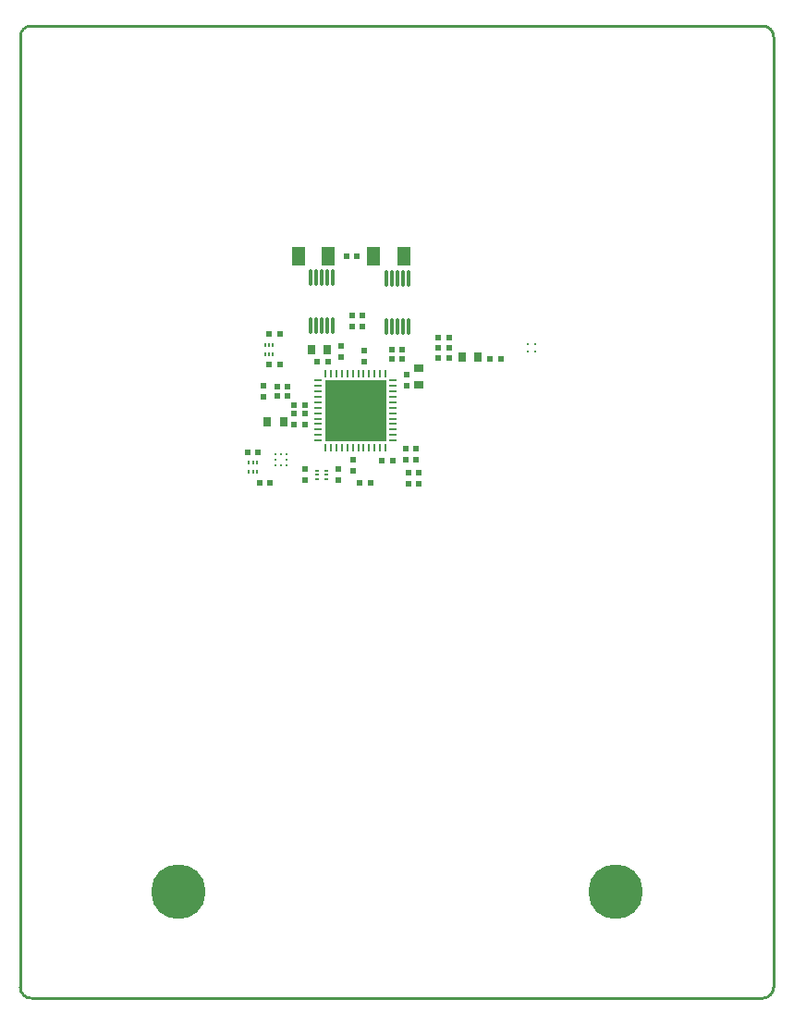
<source format=gbr>
%TF.GenerationSoftware,Altium Limited,Altium Designer,23.5.1 (21)*%
G04 Layer_Color=8421504*
%FSLAX45Y45*%
%MOMM*%
%TF.SameCoordinates,8EFB5E64-3944-4511-97F7-C7C57B94F044*%
%TF.FilePolarity,Positive*%
%TF.FileFunction,Paste,Top*%
%TF.Part,CustomerPanel*%
G01*
G75*
%TA.AperFunction,SMDPad,CuDef*%
G04:AMPARAMS|DCode=16|XSize=1.45mm|YSize=0.3mm|CornerRadius=0.0495mm|HoleSize=0mm|Usage=FLASHONLY|Rotation=90.000|XOffset=0mm|YOffset=0mm|HoleType=Round|Shape=RoundedRectangle|*
%AMROUNDEDRECTD16*
21,1,1.45000,0.20100,0,0,90.0*
21,1,1.35100,0.30000,0,0,90.0*
1,1,0.09900,0.10050,0.67550*
1,1,0.09900,0.10050,-0.67550*
1,1,0.09900,-0.10050,-0.67550*
1,1,0.09900,-0.10050,0.67550*
%
%ADD16ROUNDEDRECTD16*%
%TA.AperFunction,BGAPad,CuDef*%
%ADD17C,0.25000*%
%TA.AperFunction,NonConductor*%
%ADD35C,0.25400*%
%TA.AperFunction,SMDPad,CuDef*%
%ADD62C,5.00000*%
%ADD63R,0.54920X0.54920*%
%ADD64R,0.54920X0.54920*%
%ADD65R,0.64920X0.84920*%
%ADD66R,0.14920X0.29920*%
%ADD67R,0.26920X0.26920*%
%ADD68R,0.29920X0.14920*%
%ADD69R,5.54920X5.54920*%
%ADD70O,0.19920X0.74920*%
%ADD71O,0.74920X0.19920*%
%ADD72C,0.15720*%
%ADD73R,0.84920X0.64920*%
%ADD74R,1.24920X1.74920*%
D16*
X2252500Y2987497D02*
D03*
X2302500D02*
D03*
X2352500D02*
D03*
X2402500D02*
D03*
X2452500D02*
D03*
Y2547497D02*
D03*
X2402500D02*
D03*
X2352500D02*
D03*
X2302500D02*
D03*
X2252500D02*
D03*
X1562500Y2994997D02*
D03*
X1612500D02*
D03*
X1662500D02*
D03*
X1712500D02*
D03*
X1762500D02*
D03*
Y2554997D02*
D03*
X1712500D02*
D03*
X1662500D02*
D03*
X1612500D02*
D03*
X1562500D02*
D03*
D17*
X1240000Y1279997D02*
D03*
Y1329997D02*
D03*
Y1379997D02*
D03*
X1290000Y1279997D02*
D03*
Y1379997D02*
D03*
X1340000Y1279997D02*
D03*
Y1329997D02*
D03*
Y1379997D02*
D03*
D35*
X-1000000Y5300003D02*
G03*
X-1100001Y5200003I0J-100001D01*
G01*
X5800001Y5200004D02*
G03*
X5700000Y5300004I-100001J-1D01*
G01*
Y-3600004D02*
G03*
X5800001Y-3500004I0J100001D01*
G01*
X-1100001Y-3500003D02*
G03*
X-1000000Y-3600003I100001J1D01*
G01*
X-1000000Y5300007D02*
X5700000Y5300003D01*
X5800000Y5200004D02*
X5800001Y-3500004D01*
X-1000000Y-3600007D02*
X5700000Y-3600003D01*
X-1100000Y-3500004D02*
X-1099999Y5200003D01*
D62*
X4350000Y-2625003D02*
D03*
X350000Y-2625003D02*
D03*
D63*
X1410000Y1829997D02*
D03*
X1510000D02*
D03*
X1177500Y2197497D02*
D03*
X1277500D02*
D03*
X2830000Y2352497D02*
D03*
X2730000D02*
D03*
X2830000Y2442497D02*
D03*
X2730000D02*
D03*
X3200000Y2249997D02*
D03*
X3300000D02*
D03*
X1620000Y2229997D02*
D03*
X1720000D02*
D03*
X1177500Y2477497D02*
D03*
X1277500D02*
D03*
X2310000Y1319997D02*
D03*
X2210000D02*
D03*
X2830000Y2262497D02*
D03*
X2730000D02*
D03*
X1190000Y1119997D02*
D03*
X1090000D02*
D03*
X2400000Y2249997D02*
D03*
X2300000D02*
D03*
X2400000Y2339997D02*
D03*
X2300000D02*
D03*
X1250000Y1909997D02*
D03*
X1350000D02*
D03*
X1250000Y1999997D02*
D03*
X1350000D02*
D03*
X2110000Y1119997D02*
D03*
X2010000D02*
D03*
X1885000Y3194997D02*
D03*
X1985000D02*
D03*
X1080000Y1399997D02*
D03*
X980000D02*
D03*
D64*
X1510000Y1649997D02*
D03*
Y1749997D02*
D03*
X2430000Y1429997D02*
D03*
Y1329997D02*
D03*
X1810000Y1139997D02*
D03*
Y1239997D02*
D03*
X2550000Y1209997D02*
D03*
Y1109997D02*
D03*
X1125000Y2007497D02*
D03*
Y1907497D02*
D03*
X2050000Y2229997D02*
D03*
Y2329997D02*
D03*
X2030000Y2649997D02*
D03*
Y2549997D02*
D03*
X1940000D02*
D03*
Y2649997D02*
D03*
X2440000Y2109997D02*
D03*
Y2009997D02*
D03*
X1410000Y1649997D02*
D03*
Y1749997D02*
D03*
X1510000Y1239997D02*
D03*
Y1139997D02*
D03*
X1950000Y1229997D02*
D03*
Y1329997D02*
D03*
X1840000Y2269997D02*
D03*
Y2369997D02*
D03*
X2460000Y1209997D02*
D03*
Y1109997D02*
D03*
X2520000Y1329997D02*
D03*
Y1429997D02*
D03*
D65*
X2945000Y2269997D02*
D03*
X3095000D02*
D03*
X1165000Y1679997D02*
D03*
X1315000D02*
D03*
X1715000Y2339997D02*
D03*
X1565000D02*
D03*
D66*
X1065000Y1302497D02*
D03*
X1030000D02*
D03*
X995000D02*
D03*
X1065000Y1217497D02*
D03*
X1030000D02*
D03*
X995000D02*
D03*
X1212500Y2379997D02*
D03*
X1177500D02*
D03*
X1142500D02*
D03*
X1212500Y2294997D02*
D03*
X1177500D02*
D03*
X1142500D02*
D03*
D67*
X3547000Y2316997D02*
D03*
X3613000D02*
D03*
X3547000Y2382997D02*
D03*
X3613000D02*
D03*
D68*
X1617500Y1224997D02*
D03*
Y1189997D02*
D03*
Y1154997D02*
D03*
X1702500Y1224997D02*
D03*
Y1189997D02*
D03*
Y1154997D02*
D03*
D69*
X1970000Y1779997D02*
D03*
D70*
X1695000Y2119997D02*
D03*
X1745000D02*
D03*
X1795000D02*
D03*
X1845000D02*
D03*
X1895000D02*
D03*
X1945000D02*
D03*
X1995000D02*
D03*
X2045000D02*
D03*
X2095000D02*
D03*
X2145000D02*
D03*
X2195000D02*
D03*
X2245000D02*
D03*
Y1439997D02*
D03*
X2195000D02*
D03*
X2145000D02*
D03*
X2095000D02*
D03*
X2045000D02*
D03*
X1995000D02*
D03*
X1945000D02*
D03*
X1895000D02*
D03*
X1845000D02*
D03*
X1795000D02*
D03*
X1745000D02*
D03*
X1695000D02*
D03*
D71*
X2310000Y2054997D02*
D03*
Y2004997D02*
D03*
Y1954997D02*
D03*
Y1904997D02*
D03*
Y1854997D02*
D03*
Y1804997D02*
D03*
Y1754997D02*
D03*
Y1704997D02*
D03*
Y1654997D02*
D03*
Y1604997D02*
D03*
Y1554997D02*
D03*
Y1504997D02*
D03*
X1630000D02*
D03*
Y1554997D02*
D03*
Y1604997D02*
D03*
Y1654997D02*
D03*
Y1704997D02*
D03*
Y1754997D02*
D03*
Y1804997D02*
D03*
Y1854997D02*
D03*
Y1904997D02*
D03*
Y1954997D02*
D03*
Y2004997D02*
D03*
Y2054997D02*
D03*
D72*
X3235000Y2384997D02*
D03*
X3270000D02*
D03*
X3235000Y2349997D02*
D03*
X3270000D02*
D03*
D73*
X2550000Y2014997D02*
D03*
Y2164997D02*
D03*
D74*
X1722500Y3192497D02*
D03*
X1447500D02*
D03*
X2412500Y3194997D02*
D03*
X2137500D02*
D03*
%TF.MD5,b91daa35a98ccda91fbc141f2e4da27c*%
M02*

</source>
